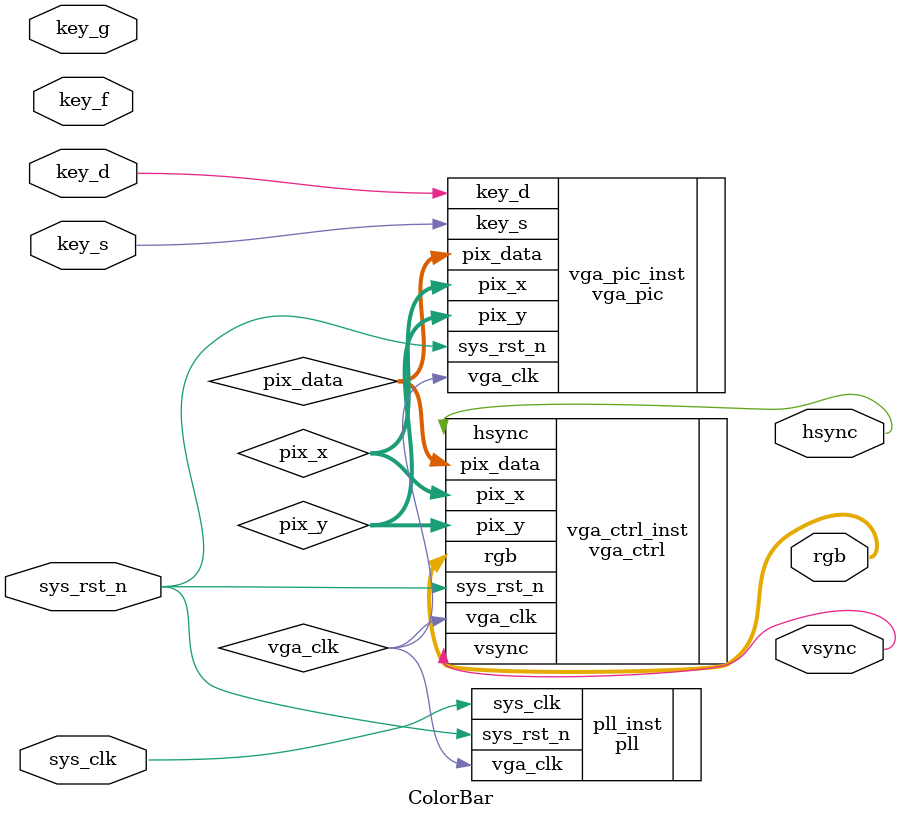
<source format=v>
`timescale 1ns/1ps
module ColorBar(
    input wire sys_clk,       
    input wire sys_rst_n,    
    input wire key_s,         
    input wire key_d,         
    input wire key_f,          
    input wire key_g,          
    output wire hsync,        
    output wire vsync,        
    output wire [15:0] rgb    
);


wire vga_clk;         
wire [9:0] pix_x, pix_y;  
wire [15:0] pix_data;   

pll pll_inst(
    .sys_clk(sys_clk),
    .sys_rst_n(sys_rst_n),
    .vga_clk(vga_clk)
);


vga_pic vga_pic_inst(
    .vga_clk(vga_clk),
    .sys_rst_n(sys_rst_n),
    .key_s(key_s),
    .key_d(key_d),
    .pix_x(pix_x),
    .pix_y(pix_y),
    .pix_data(pix_data)
);


vga_ctrl vga_ctrl_inst(
    .vga_clk(vga_clk),
    .sys_rst_n(sys_rst_n),
    .pix_data(pix_data),
    .pix_x(pix_x),
    .pix_y(pix_y),
    .hsync(hsync),
    .vsync(vsync),
    .rgb(rgb)
);

endmodule


</source>
